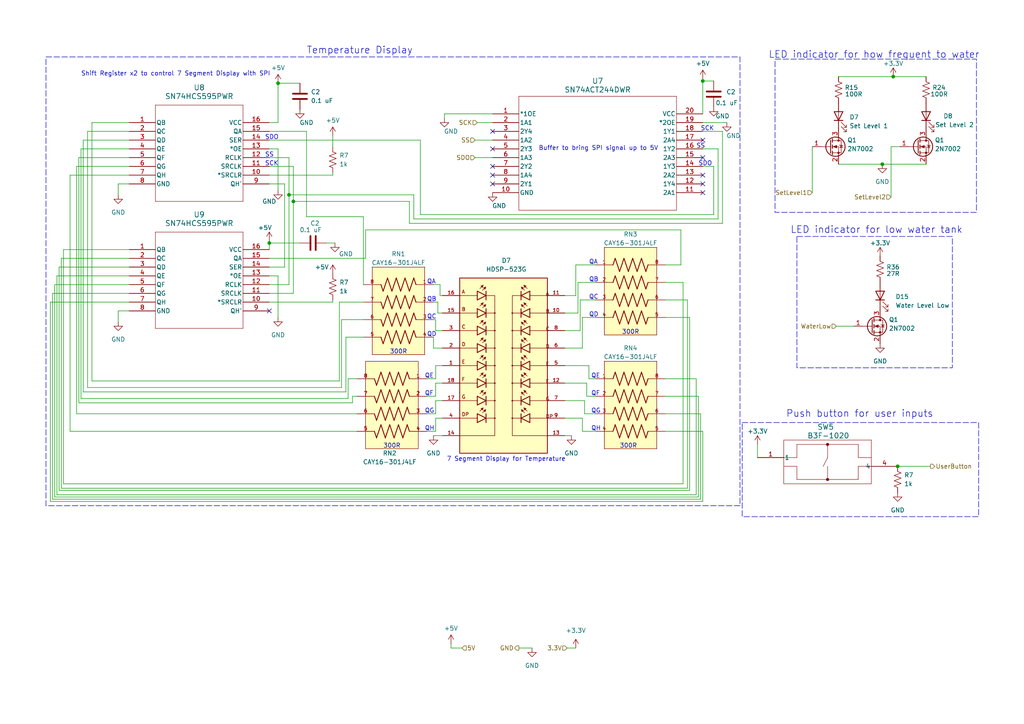
<source format=kicad_sch>
(kicad_sch (version 20230121) (generator eeschema)
  (paper "A4")
  (title_block (title "Smart Pot") (date "2023-10-29") (rev "0.1") (company "blame- satomm@stanford.edu") (comment 1 "Stanford, CA 94305-9505") (comment 2 "350 Jane Stanford Way") (comment 3 "Electrical Engineering Department") (comment 4 "EE 256 / Stanford University"))
  (lib_symbols
    (symbol "Device:C" (pin_numbers hide) (pin_names (offset 0.254))
      (property "Reference" "C" (at 0.635 2.54 0))
      (property "Value" "C" (at 0.635 -2.54 0))
      (symbol "C_1_1"
        (pin passive line (at 0 3.81 270) (length 2.794) (name "~") (number "1"))
        (pin passive line (at 0 -3.81 90) (length 2.794) (name "~") (number "2"))
      )
    )
    (symbol "Device:LED" (pin_numbers hide) (pin_names (offset 1.016) hide)
      (property "Reference" "D" (at 0 2.54 0))
      (property "Value" "LED" (at 0 -2.54 0))
      (symbol "LED_1_1"
        (pin passive line (at -3.81 0 0) (length 2.54) (name "K") (number "1"))
        (pin passive line (at 3.81 0 180) (length 2.54) (name "A") (number "2"))
      )
    )
    (symbol "Device:R_US" (pin_numbers hide) (pin_names (offset 0))
      (property "Reference" "R" (at 2.54 0 90))
      (property "Value" "R_US" (at -2.54 0 90))
      (symbol "R_US_1_1"
        (pin passive line (at 0 3.81 270) (length 1.27) (name "~") (number "1"))
        (pin passive line (at 0 -3.81 90) (length 1.27) (name "~") (number "2"))
      )
    )
    (symbol "Matts_Library:B3F-1020" (pin_names (offset 0.254))
      (property "Reference" "SW" (at 20.32 10.16 0))
      (property "Value" "B3F-1020" (at 20.32 7.62 0))
      (symbol "B3F-1020_1_1"
        (pin passive line (at 0 0 0) (length 7.62) (name "1") (number "1"))
        (pin passive line (at 40.64 -2.54 180) (length 7.62) (name "4") (number "4"))
      )
    )
    (symbol "Matts_Library:CAY16-301J4LF" (pin_names (offset 1.016))
      (property "Reference" "RN" (at -6.8624 13.4635 0))
      (property "Value" "CAY16-301J4LF" (at -6.614 -15.7546 0))
      (symbol "CAY16-301J4LF_0_0"
        (pin passive line (at -10.16 7.62 0) (length 5.08) (name "~") (number "1"))
        (pin passive line (at -10.16 2.54 0) (length 5.08) (name "~") (number "2"))
        (pin passive line (at -10.16 -2.54 0) (length 5.08) (name "~") (number "3"))
        (pin passive line (at -10.16 -7.62 0) (length 5.08) (name "~") (number "4"))
        (pin passive line (at 10.16 -7.62 180) (length 5.08) (name "~") (number "5"))
        (pin passive line (at 10.16 -2.54 180) (length 5.08) (name "~") (number "6"))
        (pin passive line (at 10.16 2.54 180) (length 5.08) (name "~") (number "7"))
        (pin passive line (at 10.16 7.62 180) (length 5.08) (name "~") (number "8"))
      )
    )
    (symbol "Matts_Library:HDSP-523G" (pin_names (offset 1.016))
      (property "Reference" "D" (at -12.7 26.67 0))
      (property "Value" "HDSP-523G" (at -12.7 -26.67 0))
      (symbol "HDSP-523G_0_0"
        (text "A" (at -12.192 20.828 0) (effects (font (size 1.016 1.016)) (justify left bottom)))
        (text "A" (at 12.192 20.828 0) (effects (font (size 1.016 1.016)) (justify left)))
        (text "B" (at -12.192 15.748 0) (effects (font (size 1.016 1.016)) (justify left bottom)))
        (text "B" (at 12.192 15.748 0) (effects (font (size 1.016 1.016)) (justify left)))
        (text "C" (at -12.192 10.668 0) (effects (font (size 1.016 1.016)) (justify left bottom)))
        (text "C" (at 12.192 10.668 0) (effects (font (size 1.016 1.016)) (justify left)))
        (text "D" (at -12.192 5.588 0) (effects (font (size 1.016 1.016)) (justify left bottom)))
        (text "D" (at 12.192 5.588 0) (effects (font (size 1.016 1.016)) (justify left)))
        (text "DP" (at -12.192 -14.732 0) (effects (font (size 1.016 1.016)) (justify left bottom)))
        (text "DP" (at 12.192 -14.732 0) (effects (font (size 1.016 1.016)) (justify left)))
        (text "E" (at -12.192 0.508 0) (effects (font (size 1.016 1.016)) (justify left bottom)))
        (text "E" (at 12.192 0.508 0) (effects (font (size 1.016 1.016)) (justify left)))
        (text "F" (at -12.192 -4.572 0) (effects (font (size 1.016 1.016)) (justify left bottom)))
        (text "F" (at 12.192 -4.572 0) (effects (font (size 1.016 1.016)) (justify left)))
        (text "G" (at -12.192 -9.652 0) (effects (font (size 1.016 1.016)) (justify left bottom)))
        (text "G" (at 12.192 -9.652 0) (effects (font (size 1.016 1.016)) (justify left)))
        (pin passive line (at -17.78 0 0) (length 5.08) (name "~") (number "1"))
        (pin passive line (at 17.78 15.24 180) (length 5.08) (name "~") (number "10"))
        (pin passive line (at 17.78 20.32 180) (length 5.08) (name "~") (number "11"))
        (pin passive line (at 17.78 -5.08 180) (length 5.08) (name "~") (number "12"))
        (pin passive line (at 17.78 -20.32 180) (length 5.08) (name "~") (number "13"))
        (pin passive line (at -17.78 -20.32 0) (length 5.08) (name "~") (number "14"))
        (pin passive line (at -17.78 15.24 0) (length 5.08) (name "~") (number "15"))
        (pin passive line (at -17.78 20.32 0) (length 5.08) (name "~") (number "16"))
        (pin passive line (at -17.78 -10.16 0) (length 5.08) (name "~") (number "17"))
        (pin passive line (at -17.78 -5.08 0) (length 5.08) (name "~") (number "18"))
        (pin passive line (at -17.78 5.08 0) (length 5.08) (name "~") (number "2"))
        (pin passive line (at -17.78 10.16 0) (length 5.08) (name "~") (number "3"))
        (pin passive line (at -17.78 -15.24 0) (length 5.08) (name "~") (number "4"))
        (pin passive line (at 17.78 0 180) (length 5.08) (name "~") (number "5"))
        (pin passive line (at 17.78 5.08 180) (length 5.08) (name "~") (number "6"))
        (pin passive line (at 17.78 -10.16 180) (length 5.08) (name "~") (number "7"))
        (pin passive line (at 17.78 10.16 180) (length 5.08) (name "~") (number "8"))
        (pin passive line (at 17.78 -15.24 180) (length 5.08) (name "~") (number "9"))
      )
    )
    (symbol "Matts_Library:SN74ACT244DWR" (pin_names (offset 0.254))
      (property "Reference" "U" (at 30.48 10.16 0))
      (property "Value" "SN74ACT244DWR" (at 30.48 7.62 0))
      (symbol "SN74ACT244DWR_0_1"
        (pin input line (at 0 0 0) (length 7.62) (name "*1OE") (number "1"))
        (pin power_in line (at 0 -22.86 0) (length 7.62) (name "GND") (number "10"))
        (pin input line (at 60.96 -22.86 180) (length 7.62) (name "2A1") (number "11"))
        (pin output line (at 60.96 -20.32 180) (length 7.62) (name "1Y4") (number "12"))
        (pin input line (at 60.96 -17.78 180) (length 7.62) (name "2A2") (number "13"))
        (pin output line (at 60.96 -15.24 180) (length 7.62) (name "1Y3") (number "14"))
        (pin input line (at 60.96 -12.7 180) (length 7.62) (name "2A3") (number "15"))
        (pin output line (at 60.96 -10.16 180) (length 7.62) (name "1Y2") (number "16"))
        (pin input line (at 60.96 -7.62 180) (length 7.62) (name "2A4") (number "17"))
        (pin output line (at 60.96 -5.08 180) (length 7.62) (name "1Y1") (number "18"))
        (pin input line (at 60.96 -2.54 180) (length 7.62) (name "*2OE") (number "19"))
        (pin input line (at 0 -2.54 0) (length 7.62) (name "1A1") (number "2"))
        (pin power_in line (at 60.96 0 180) (length 7.62) (name "VCC") (number "20"))
        (pin output line (at 0 -5.08 0) (length 7.62) (name "2Y4") (number "3"))
        (pin input line (at 0 -7.62 0) (length 7.62) (name "1A2") (number "4"))
        (pin output line (at 0 -10.16 0) (length 7.62) (name "2Y3") (number "5"))
        (pin input line (at 0 -12.7 0) (length 7.62) (name "1A3") (number "6"))
        (pin output line (at 0 -15.24 0) (length 7.62) (name "2Y2") (number "7"))
        (pin input line (at 0 -17.78 0) (length 7.62) (name "1A4") (number "8"))
        (pin output line (at 0 -20.32 0) (length 7.62) (name "2Y1") (number "9"))
      )
    )
    (symbol "Matts_Library:SN74HCS595PWR" (pin_names (offset 0.254))
      (property "Reference" "U" (at 20.32 10.16 0))
      (property "Value" "SN74HCS595PWR" (at 20.32 7.62 0))
      (symbol "SN74HCS595PWR_0_1"
        (pin output line (at 0 0 0) (length 7.62) (name "QB") (number "1"))
        (pin input line (at 40.64 -15.24 180) (length 7.62) (name "*SRCLR") (number "10"))
        (pin input line (at 40.64 -12.7 180) (length 7.62) (name "SRCLK") (number "11"))
        (pin input line (at 40.64 -10.16 180) (length 7.62) (name "RCLK") (number "12"))
        (pin input line (at 40.64 -7.62 180) (length 7.62) (name "*OE") (number "13"))
        (pin input line (at 40.64 -5.08 180) (length 7.62) (name "SER") (number "14"))
        (pin output line (at 40.64 -2.54 180) (length 7.62) (name "QA") (number "15"))
        (pin power_in line (at 40.64 0 180) (length 7.62) (name "VCC") (number "16"))
        (pin output line (at 0 -2.54 0) (length 7.62) (name "QC") (number "2"))
        (pin output line (at 0 -5.08 0) (length 7.62) (name "QD") (number "3"))
        (pin output line (at 0 -7.62 0) (length 7.62) (name "QE") (number "4"))
        (pin output line (at 0 -10.16 0) (length 7.62) (name "QF") (number "5"))
        (pin output line (at 0 -12.7 0) (length 7.62) (name "QG") (number "6"))
        (pin output line (at 0 -15.24 0) (length 7.62) (name "QH") (number "7"))
        (pin output line (at 40.64 -17.78 180) (length 7.62) (name "QH'") (number "9"))
      )
      (symbol "SN74HCS595PWR_1_1"
        (pin passive line (at 0 -17.78 0) (length 7.62) (name "GND") (number "8"))
      )
    )
    (symbol "Transistor_FET:2N7002" (pin_names hide)
      (property "Reference" "Q" (at 5.08 1.905 0))
      (property "Value" "2N7002" (at 5.08 0 0))
      (symbol "2N7002_1_1"
        (pin input line (at -5.08 0 0) (length 2.54) (name "G") (number "1"))
        (pin passive line (at 2.54 -5.08 90) (length 2.54) (name "S") (number "2"))
        (pin passive line (at 2.54 5.08 270) (length 2.54) (name "D") (number "3"))
      )
    )
    (symbol "power:+3.3V" (power) (pin_names (offset 0))
      (property "Value" "+3.3V" (at 0 3.556 0))
      (symbol "+3.3V_1_1"
        (pin power_in line (at 0 0 90) (length 0) hide (name "+3.3V") (number "1"))
      )
    )
    (symbol "power:+5V" (power) (pin_names (offset 0))
      (property "Value" "+5V" (at 0 3.556 0))
      (symbol "+5V_1_1"
        (pin power_in line (at 0 0 90) (length 0) hide (name "+5V") (number "1"))
      )
    )
    (symbol "power:GND" (power) (pin_names (offset 0))
      (property "Value" "GND" (at 0 -3.81 0))
      (symbol "GND_1_1"
        (pin power_in line (at 0 0 270) (length 0) hide (name "GND") (number "1"))
      )
    )
  )
  (junction (at 78.105 70.485))
  (junction (at 203.835 23.495))
  (junction (at 85.09 58.42))
  (junction (at 83.82 56.515))
  (junction (at 259.08 22.225))
  (junction (at 80.645 24.13))
  (junction (at 260.35 135.255))
  (junction (at 255.905 47.625))
  (no_connect (at 78.105 90.17))
  (no_connect (at 142.875 50.8))
  (no_connect (at 203.835 55.88))
  (no_connect (at 142.875 48.26))
  (no_connect (at 203.835 53.34))
  (no_connect (at 203.835 50.8))
  (no_connect (at 142.875 43.18))
  (no_connect (at 142.875 38.1))
  (no_connect (at 142.875 53.34))
  (no_connect (at 203.835 40.64))
  (no_connect (at 203.835 45.72))
  (wire (pts (xy 168.91 92.075) (xy 168.91 100.965)))
  (wire (pts (xy 85.09 58.42) (xy 85.09 85.09)))
  (wire (pts (xy 121.92 40.64) (xy 78.105 40.64)))
  (wire (pts (xy 37.465 40.64) (xy 24.13 40.64)))
  (wire (pts (xy 17.145 142.24) (xy 200.025 142.24)))
  (wire (pts (xy 22.225 120.015) (xy 103.505 120.015)))
  (wire (pts (xy 98.425 87.63) (xy 105.41 87.63)))
  (wire (pts (xy 83.82 45.72) (xy 83.82 56.515)))
  (wire (pts (xy 105.41 92.71) (xy 99.06 92.71)))
  (wire (pts (xy 25.4 38.1) (xy 37.465 38.1)))
  (wire (pts (xy 78.105 87.63) (xy 96.52 87.63)))
  (wire (pts (xy 126.365 109.855) (xy 126.365 106.045)))
  (wire (pts (xy 24.13 40.64) (xy 24.13 113.665)))
  (wire (pts (xy 78.105 53.34) (xy 82.55 53.34)))
  (wire (pts (xy 103.505 114.935) (xy 102.235 114.935)))
  (wire (pts (xy 99.06 92.71) (xy 99.06 112.395)))
  (wire (pts (xy 255.905 47.625) (xy 268.605 47.625)))
  (wire (pts (xy 167.005 85.725) (xy 163.83 85.725)))
  (wire (pts (xy 118.745 64.77) (xy 209.55 64.77)))
  (wire (pts (xy 172.72 120.015) (xy 169.545 120.015)))
  (wire (pts (xy 125.73 92.71) (xy 126.365 92.71)))
  (wire (pts (xy 203.835 145.415) (xy 203.835 125.095)))
  (wire (pts (xy 103.505 125.095) (xy 20.32 125.095)))
  (wire (pts (xy 121.92 62.23) (xy 121.92 40.64)))
  (wire (pts (xy 202.565 114.935) (xy 193.04 114.935)))
  (wire (pts (xy 82.55 53.34) (xy 82.55 77.47)))
  (wire (pts (xy 78.105 74.93) (xy 106.045 74.93)))
  (wire (pts (xy 17.145 77.47) (xy 17.145 142.24)))
  (wire (pts (xy 85.09 85.09) (xy 78.105 85.09)))
  (wire (pts (xy 126.365 111.125) (xy 128.27 111.125)))
  (wire (pts (xy 80.645 24.13) (xy 80.645 35.56)))
  (wire (pts (xy 203.835 43.18) (xy 208.28 43.18)))
  (wire (pts (xy 203.835 22.86) (xy 203.835 23.495)))
  (wire (pts (xy 197.485 76.835) (xy 193.04 76.835)))
  (wire (pts (xy 150.495 187.96) (xy 154.305 187.96)))
  (wire (pts (xy 259.08 22.225) (xy 268.605 22.225)))
  (wire (pts (xy 142.875 33.02) (xy 128.905 33.02)))
  (wire (pts (xy 203.835 23.495) (xy 207.01 23.495)))
  (wire (pts (xy 15.24 144.78) (xy 203.2 144.78)))
  (wire (pts (xy 126.365 106.045) (xy 128.27 106.045)))
  (wire (pts (xy 102.235 116.84) (xy 22.86 116.84)))
  (wire (pts (xy 78.105 38.1) (xy 88.9 38.1)))
  (wire (pts (xy 80.645 35.56) (xy 78.105 35.56)))
  (wire (pts (xy 169.545 116.205) (xy 163.83 116.205)))
  (wire (pts (xy 258.445 57.15) (xy 258.445 42.545)))
  (wire (pts (xy 127 87.63) (xy 127 90.805)))
  (wire (pts (xy 163.83 126.365) (xy 165.735 126.365)))
  (wire (pts (xy 199.39 86.995) (xy 193.04 86.995)))
  (wire (pts (xy 137.795 45.72) (xy 142.875 45.72)))
  (wire (pts (xy 258.445 42.545) (xy 260.985 42.545)))
  (wire (pts (xy 170.815 109.855) (xy 170.815 106.045)))
  (wire (pts (xy 197.485 66.675) (xy 197.485 76.835)))
  (wire (pts (xy 170.18 114.935) (xy 170.18 111.125)))
  (wire (pts (xy 167.005 76.835) (xy 167.005 85.725)))
  (wire (pts (xy 37.465 35.56) (xy 26.67 35.56)))
  (wire (pts (xy 172.72 92.075) (xy 168.91 92.075)))
  (wire (pts (xy 23.495 43.18) (xy 23.495 115.57)))
  (wire (pts (xy 37.465 85.09) (xy 15.24 85.09)))
  (wire (pts (xy 172.72 114.935) (xy 170.18 114.935)))
  (wire (pts (xy 126.365 120.015) (xy 123.825 120.015)))
  (wire (pts (xy 126.365 116.205) (xy 128.27 116.205)))
  (wire (pts (xy 128.905 33.02) (xy 128.905 34.29)))
  (wire (pts (xy 106.045 66.675) (xy 197.485 66.675)))
  (wire (pts (xy 170.815 106.045) (xy 163.83 106.045)))
  (wire (pts (xy 34.29 53.34) (xy 34.29 56.515)))
  (wire (pts (xy 22.225 48.26) (xy 22.225 120.015)))
  (wire (pts (xy 14.605 87.63) (xy 14.605 145.415)))
  (wire (pts (xy 172.72 76.835) (xy 167.005 76.835)))
  (wire (pts (xy 126.365 114.935) (xy 126.365 111.125)))
  (wire (pts (xy 16.51 80.01) (xy 16.51 143.51)))
  (wire (pts (xy 235.585 55.88) (xy 235.585 42.545)))
  (wire (pts (xy 207.01 62.23) (xy 121.92 62.23)))
  (wire (pts (xy 126.365 121.285) (xy 128.27 121.285)))
  (wire (pts (xy 37.465 74.93) (xy 17.78 74.93)))
  (wire (pts (xy 80.645 80.01) (xy 80.645 92.075)))
  (wire (pts (xy 242.57 94.615) (xy 247.65 94.615)))
  (wire (pts (xy 78.105 70.485) (xy 86.995 70.485)))
  (wire (pts (xy 126.365 125.095) (xy 126.365 121.285)))
  (wire (pts (xy 172.72 109.855) (xy 170.815 109.855)))
  (wire (pts (xy 78.105 50.8) (xy 96.52 50.8)))
  (wire (pts (xy 169.545 120.015) (xy 169.545 116.205)))
  (wire (pts (xy 78.105 43.18) (xy 80.645 43.18)))
  (wire (pts (xy 120.015 63.5) (xy 120.015 56.515)))
  (wire (pts (xy 15.875 82.55) (xy 15.875 144.145)))
  (wire (pts (xy 208.28 63.5) (xy 120.015 63.5)))
  (wire (pts (xy 100.965 115.57) (xy 100.965 109.855)))
  (wire (pts (xy 168.275 95.885) (xy 163.83 95.885)))
  (wire (pts (xy 167.64 81.915) (xy 167.64 90.805)))
  (wire (pts (xy 78.105 70.485) (xy 78.105 69.85)))
  (wire (pts (xy 37.465 87.63) (xy 14.605 87.63)))
  (wire (pts (xy 164.465 187.96) (xy 167.005 187.96)))
  (wire (pts (xy 37.465 53.34) (xy 34.29 53.34)))
  (wire (pts (xy 127 90.805) (xy 128.27 90.805)))
  (wire (pts (xy 85.09 58.42) (xy 118.745 58.42)))
  (wire (pts (xy 18.415 72.39) (xy 18.415 140.335)))
  (wire (pts (xy 96.52 87.63) (xy 96.52 86.995)))
  (wire (pts (xy 202.565 144.145) (xy 202.565 114.935)))
  (wire (pts (xy 168.91 100.965) (xy 163.83 100.965)))
  (wire (pts (xy 18.415 140.335) (xy 198.12 140.335)))
  (wire (pts (xy 85.09 48.26) (xy 85.09 58.42)))
  (wire (pts (xy 37.465 77.47) (xy 17.145 77.47)))
  (wire (pts (xy 123.825 109.855) (xy 126.365 109.855)))
  (wire (pts (xy 78.105 77.47) (xy 82.55 77.47)))
  (wire (pts (xy 88.9 62.865) (xy 105.41 62.865)))
  (wire (pts (xy 130.81 186.69) (xy 130.81 187.96)))
  (wire (pts (xy 78.105 48.26) (xy 85.09 48.26)))
  (wire (pts (xy 200.025 142.24) (xy 200.025 92.075)))
  (wire (pts (xy 125.73 87.63) (xy 127 87.63)))
  (wire (pts (xy 172.72 125.095) (xy 168.91 125.095)))
  (wire (pts (xy 16.51 143.51) (xy 201.93 143.51)))
  (wire (pts (xy 100.965 109.855) (xy 103.505 109.855)))
  (wire (pts (xy 200.025 92.075) (xy 193.04 92.075)))
  (wire (pts (xy 207.01 48.26) (xy 207.01 62.23)))
  (wire (pts (xy 127.635 82.55) (xy 127.635 85.725)))
  (wire (pts (xy 127.635 85.725) (xy 128.27 85.725)))
  (wire (pts (xy 23.495 115.57) (xy 100.965 115.57)))
  (wire (pts (xy 168.91 125.095) (xy 168.91 121.285)))
  (wire (pts (xy 102.235 114.935) (xy 102.235 116.84)))
  (wire (pts (xy 126.365 120.015) (xy 126.365 116.205)))
  (wire (pts (xy 88.9 38.1) (xy 88.9 62.865)))
  (wire (pts (xy 209.55 64.77) (xy 209.55 38.1)))
  (wire (pts (xy 22.86 116.84) (xy 22.86 45.72)))
  (wire (pts (xy 125.73 97.79) (xy 125.73 100.965)))
  (wire (pts (xy 198.12 140.335) (xy 198.12 81.915)))
  (wire (pts (xy 100.33 113.665) (xy 100.33 97.79)))
  (wire (pts (xy 96.52 39.37) (xy 96.52 42.545)))
  (wire (pts (xy 15.24 85.09) (xy 15.24 144.78)))
  (wire (pts (xy 243.205 47.625) (xy 255.905 47.625)))
  (wire (pts (xy 37.465 43.18) (xy 23.495 43.18)))
  (wire (pts (xy 201.93 109.855) (xy 193.04 109.855)))
  (wire (pts (xy 37.465 90.17) (xy 34.29 90.17)))
  (wire (pts (xy 130.81 187.96) (xy 133.985 187.96)))
  (wire (pts (xy 203.835 35.56) (xy 210.82 35.56)))
  (wire (pts (xy 26.67 110.49) (xy 98.425 110.49)))
  (wire (pts (xy 126.365 95.885) (xy 128.27 95.885)))
  (wire (pts (xy 17.78 74.93) (xy 17.78 141.605)))
  (wire (pts (xy 201.93 143.51) (xy 201.93 109.855)))
  (wire (pts (xy 20.32 50.8) (xy 37.465 50.8)))
  (wire (pts (xy 37.465 48.26) (xy 22.225 48.26)))
  (wire (pts (xy 15.875 144.145) (xy 202.565 144.145)))
  (wire (pts (xy 83.82 82.55) (xy 78.105 82.55)))
  (wire (pts (xy 168.91 121.285) (xy 163.83 121.285)))
  (wire (pts (xy 80.645 43.18) (xy 80.645 55.245)))
  (wire (pts (xy 137.795 40.64) (xy 142.875 40.64)))
  (wire (pts (xy 260.35 135.255) (xy 269.875 135.255)))
  (wire (pts (xy 243.205 22.225) (xy 259.08 22.225)))
  (wire (pts (xy 98.425 110.49) (xy 98.425 87.63)))
  (wire (pts (xy 125.73 126.365) (xy 128.27 126.365)))
  (wire (pts (xy 203.835 125.095) (xy 193.04 125.095)))
  (wire (pts (xy 100.33 97.79) (xy 105.41 97.79)))
  (wire (pts (xy 78.105 80.01) (xy 80.645 80.01)))
  (wire (pts (xy 25.4 112.395) (xy 25.4 38.1)))
  (wire (pts (xy 106.045 74.93) (xy 106.045 66.675)))
  (wire (pts (xy 78.105 45.72) (xy 83.82 45.72)))
  (wire (pts (xy 17.78 141.605) (xy 199.39 141.605)))
  (wire (pts (xy 26.67 35.56) (xy 26.67 110.49)))
  (wire (pts (xy 170.18 111.125) (xy 163.83 111.125)))
  (wire (pts (xy 99.06 112.395) (xy 25.4 112.395)))
  (wire (pts (xy 126.365 92.71) (xy 126.365 95.885)))
  (wire (pts (xy 167.64 90.805) (xy 163.83 90.805)))
  (wire (pts (xy 138.43 35.56) (xy 142.875 35.56)))
  (wire (pts (xy 123.825 125.095) (xy 126.365 125.095)))
  (wire (pts (xy 105.41 62.865) (xy 105.41 82.55)))
  (wire (pts (xy 203.835 23.495) (xy 203.835 33.02)))
  (wire (pts (xy 78.105 70.485) (xy 78.105 72.39)))
  (wire (pts (xy 219.71 128.905) (xy 219.71 132.715)))
  (wire (pts (xy 118.745 58.42) (xy 118.745 64.77)))
  (wire (pts (xy 96.52 50.8) (xy 96.52 50.165)))
  (wire (pts (xy 125.73 100.965) (xy 128.27 100.965)))
  (wire (pts (xy 94.615 70.485) (xy 97.155 70.485)))
  (wire (pts (xy 125.73 82.55) (xy 127.635 82.55)))
  (wire (pts (xy 198.12 81.915) (xy 193.04 81.915)))
  (wire (pts (xy 80.645 24.13) (xy 86.995 24.13)))
  (wire (pts (xy 168.275 86.995) (xy 168.275 95.885)))
  (wire (pts (xy 172.72 86.995) (xy 168.275 86.995)))
  (wire (pts (xy 208.28 43.18) (xy 208.28 63.5)))
  (wire (pts (xy 34.29 90.17) (xy 34.29 93.345)))
  (wire (pts (xy 24.13 113.665) (xy 100.33 113.665)))
  (wire (pts (xy 209.55 38.1) (xy 203.835 38.1)))
  (wire (pts (xy 20.32 125.095) (xy 20.32 50.8)))
  (wire (pts (xy 203.2 120.015) (xy 193.04 120.015)))
  (wire (pts (xy 203.835 48.26) (xy 207.01 48.26)))
  (wire (pts (xy 14.605 145.415) (xy 203.835 145.415)))
  (wire (pts (xy 22.86 45.72) (xy 37.465 45.72)))
  (wire (pts (xy 172.72 81.915) (xy 167.64 81.915)))
  (wire (pts (xy 199.39 141.605) (xy 199.39 86.995)))
  (wire (pts (xy 83.82 56.515) (xy 83.82 82.55)))
  (wire (pts (xy 37.465 80.01) (xy 16.51 80.01)))
  (wire (pts (xy 203.2 144.78) (xy 203.2 120.015)))
  (wire (pts (xy 37.465 82.55) (xy 15.875 82.55)))
  (wire (pts (xy 123.825 114.935) (xy 126.365 114.935)))
  (wire (pts (xy 120.015 56.515) (xy 83.82 56.515)))
  (wire (pts (xy 37.465 72.39) (xy 18.415 72.39)))
  (rectangle (start 13.335 16.51) (end 214.63 146.685) (stroke (width 0) (type dash)))
  (rectangle (start 231.14 68.58) (end 276.225 106.68) (stroke (width 0) (type dash)))
  (rectangle (start 215.265 122.555) (end 283.845 149.86) (stroke (width 0) (type dash)))
  (rectangle (start 224.79 17.145) (end 283.21 61.595) (stroke (width 0) (type dash)))
  (text "Push button for user inputs" (at 227.965 121.285 0) (effects (font (size 2 2)) (justify left bottom)))
  (text "QE" (at 171.45 109.855 0) (effects (font (size 1.27 1.27)) (justify left bottom)))
  (text "300R" (at 180.34 97.155 0) (effects (font (size 1.27 1.27)) (justify left bottom)))
  (text "SS" (at 76.835 45.72 0) (effects (font (size 1.27 1.27)) (justify left bottom)))
  (text "QG" (at 171.45 120.015 0) (effects (font (size 1.27 1.27)) (justify left bottom)))
  (text "QA" (at 170.815 76.835 0) (effects (font (size 1.27 1.27)) (justify left bottom)))
  (text "QH" (at 123.19 125.095 0) (effects (font (size 1.27 1.27)) (justify left bottom)))
  (text "QD" (at 123.825 97.79 0) (effects (font (size 1.27 1.27)) (justify left bottom)))
  (text "Buffer to bring SPI signal up to 5V" (at 156.21 43.815 0) (effects (font (size 1.27 1.27)) (justify left bottom)))
  (text "Temperature Display" (at 88.9 15.875 0) (effects (font (size 2 2)) (justify left bottom)))
  (text "QE" (at 123.19 109.855 0) (effects (font (size 1.27 1.27)) (justify left bottom)))
  (text "LED indicator for how frequent to water" (at 222.885 17.145 0) (effects (font (size 2 2)) (justify left bottom)))
  (text "300R" (at 179.705 130.175 0) (effects (font (size 1.27 1.27)) (justify left bottom)))
  (text "SDO" (at 202.565 48.26 0) (effects (font (size 1.27 1.27)) (justify left bottom)))
  (text "300R" (at 113.03 102.87 0) (effects (font (size 1.27 1.27)) (justify left bottom)))
  (text "QH" (at 171.45 125.095 0) (effects (font (size 1.27 1.27)) (justify left bottom)))
  (text "QA" (at 123.825 82.55 0) (effects (font (size 1.27 1.27)) (justify left bottom)))
  (text "QC" (at 123.825 92.71 0) (effects (font (size 1.27 1.27)) (justify left bottom)))
  (text "SCK" (at 76.835 48.26 0) (effects (font (size 1.27 1.27)) (justify left bottom)))
  (text "7 Segment Display for Temperature" (at 129.54 133.985 0) (effects (font (size 1.27 1.27)) (justify left bottom)))
  (text "QF" (at 123.19 114.935 0) (effects (font (size 1.27 1.27)) (justify left bottom)))
  (text "SDO" (at 76.835 40.64 0) (effects (font (size 1.27 1.27)) (justify left bottom)))
  (text "SCK" (at 203.2 38.1 0) (effects (font (size 1.27 1.27)) (justify left bottom)))
  (text "QD" (at 170.815 92.075 0) (effects (font (size 1.27 1.27)) (justify left bottom)))
  (text "QC" (at 170.815 86.995 0) (effects (font (size 1.27 1.27)) (justify left bottom)))
  (text "LED indicator for low water tank" (at 229.235 67.945 0) (effects (font (size 2 2)) (justify left bottom)))
  (text "QG" (at 123.19 120.015 0) (effects (font (size 1.27 1.27)) (justify left bottom)))
  (text "QB" (at 123.825 87.63 0) (effects (font (size 1.27 1.27)) (justify left bottom)))
  (text "Shift Register x2 to control 7 Segment Display with SPI" (at 23.495 22.225 0) (effects (font (size 1.27 1.27)) (justify left bottom)))
  (text "SS" (at 201.93 43.18 0) (effects (font (size 1.27 1.27)) (justify left bottom)))
  (text "QF" (at 171.45 114.935 0) (effects (font (size 1.27 1.27)) (justify left bottom)))
  (text "300R" (at 111.125 130.175 0) (effects (font (size 1.27 1.27)) (justify left bottom)))
  (text "QB" (at 170.815 81.915 0) (effects (font (size 1.27 1.27)) (justify left bottom)))
  (hierarchical_label "SetLevel2" (shape input) (at 258.445 57.15 180))
  (hierarchical_label "UserButton" (shape output) (at 269.875 135.255 0))
  (hierarchical_label "5V" (shape input) (at 133.985 187.96 0))
  (hierarchical_label "GND" (shape output) (at 150.495 187.96 180))
  (hierarchical_label "WaterLow" (shape input) (at 242.57 94.615 180))
  (hierarchical_label "SS" (shape input) (at 137.795 40.64 180))
  (hierarchical_label "3.3V" (shape input) (at 164.465 187.96 180))
  (hierarchical_label "SCK" (shape input) (at 138.43 35.56 180))
  (hierarchical_label "SDO" (shape input) (at 137.795 45.72 180))
  (hierarchical_label "SetLevel1" (shape input) (at 235.585 55.88 180))
  (symbol (lib_id "power:GND") (at 207.01 31.115 0) (unit 1)
    (property "Reference" "#PWR079" (effects hide))
    (property "Value" "GND" (at 209.55 33.655 0))
    (instances (project "Deliverable4_schematics" (path "" (reference "#PWR079") (unit 1)) (path "" (reference "#PWR0103") (unit 1))))
  )
  (symbol (lib_id "power:GND") (at 255.27 99.695 0) (unit 1)
    (property "Reference" "#PWR084" (effects hide))
    (property "Value" "GND" (at 255.27 104.775 0))
  )
  (symbol (lib_id "Device:LED") (at 243.205 33.655 90) (unit 1)
    (property "Reference" "D7" (at 246.38 33.9725 90) (effects (justify right)))
    (property "Value" "Set Level 1" (at 246.38 36.5125 90) (effects (justify right)))
    (property "Footprint" "LED_SMD:LED_0805_2012Metric_Pad1.15x1.40mm_HandSolder" (effects hide))
    (property "Datasheet" "https://www.we-online.com/katalog/datasheet/150080RS75000.pdf" (effects hide))
    (property "Description" "LED RED CLEAR 0805 SMD" (effects hide))
    (property "Mfr" "Würth Elektronik" (effects hide))
    (property "Mfr P/N" "150080RS75000" (effects hide))
    (property "Supplier 1" "DigiKey" (effects hide))
    (property "Supplier 1 P/N" "732-4984-1-ND" (effects hide))
    (instances (project "Deliverable4_schematics" (path "" (reference "D7") (unit 1)) (path "" (reference "D4") (unit 1)) (path "" (reference "D4") (unit 1)) (path "" (reference "D8") (unit 1))))
  )
  (symbol (lib_id "power:GND") (at 210.82 35.56 0) (unit 1)
    (property "Reference" "#PWR079" (effects hide))
    (property "Value" "GND" (at 212.725 39.37 0))
    (instances (project "Deliverable4_schematics" (path "" (reference "#PWR079") (unit 1)) (path "" (reference "#PWR0100") (unit 1))))
  )
  (symbol (lib_id "power:GND") (at 86.995 31.75 0) (unit 1)
    (property "Reference" "#PWR079" (effects hide))
    (property "Value" "GND" (at 88.9 35.56 0))
    (instances (project "Deliverable4_schematics" (path "" (reference "#PWR079") (unit 1)) (path "" (reference "#PWR095") (unit 1))))
  )
  (symbol (lib_id "power:+5V") (at 130.81 186.69 0) (unit 1)
    (property "Reference" "#PWR091" (effects hide))
    (property "Value" "+5V" (at 130.81 182.245 0))
  )
  (symbol (lib_id "power:GND") (at 260.35 142.875 0) (unit 1)
    (property "Reference" "#PWR079" (effects hide))
    (property "Value" "GND" (at 260.35 147.955 0))
    (instances (project "Deliverable4_schematics" (path "" (reference "#PWR079") (unit 1)) (path "" (reference "#PWR080") (unit 1))))
  )
  (symbol (lib_id "Device:C") (at 86.995 27.94 0) (unit 1)
    (property "Reference" "C2" (at 90.17 26.67 0) (effects (justify left)))
    (property "Value" "0.1 uF" (at 90.17 29.21 0) (effects (justify left)))
    (property "Footprint" "Capacitor_SMD:C_0805_2012Metric_Pad1.18x1.45mm_HandSolder" (effects hide))
    (property "Datasheet" "https://mm.digikey.com/Volume0/opasdata/d220001/medias/docus/609/CL21B104KBCNNN_Spec.pdf" (effects hide))
    (property "Description" "CAP CER 0.1UF 50V X7R 0805" (effects hide))
    (property "Mfr" "Samsung Electro-Mechanics" (effects hide))
    (property "Mfr P/N" "CL21B104KBCNNNC" (effects hide))
    (property "Supplier 1" "DigiKey" (effects hide))
    (property "Supplier 1 P/N" "1276-1003-1-ND" (effects hide))
    (instances (project "Deliverable4_schematics" (path "" (reference "C2") (unit 1)) (path "" (reference "C21") (unit 1))))
  )
  (symbol (lib_id "Matts_Library:SN74HCS595PWR") (at 37.465 35.56 0) (unit 1)
    (property "Reference" "U8" (at 57.785 25.4 0) (effects (font (size 1.524 1.524))))
    (property "Value" "SN74HCS595PWR" (at 57.785 27.94 0) (effects (font (size 1.524 1.524))))
    (property "Footprint" "MattsLibrary:TSSOP16_PW_TEX-M" (effects hide))
    (property "Datasheet" "SN74HCS595PWR" (effects hide))
    (property "Description" "SN74HCS595 CORE" (effects hide))
    (property "Mfr" "Texas Instruments" (effects hide))
    (property "Mfr P/N" "SN74HCS595PWR" (effects hide))
    (property "Supplier 1" "DigiKey" (effects hide))
    (property "Supplier 1 P/N" "296-SN74HCS595PWRCT-ND" (effects hide))
  )
  (symbol (lib_id "Device:C") (at 207.01 27.305 180) (unit 1)
    (property "Reference" "C2" (at 213.36 26.67 0) (effects (justify left)))
    (property "Value" "0.1 uF" (at 213.995 29.845 0) (effects (justify left)))
    (property "Footprint" "Capacitor_SMD:C_0805_2012Metric_Pad1.18x1.45mm_HandSolder" (effects hide))
    (property "Datasheet" "https://mm.digikey.com/Volume0/opasdata/d220001/medias/docus/609/CL21B104KBCNNN_Spec.pdf" (effects hide))
    (property "Description" "CAP CER 0.1UF 50V X7R 0805" (effects hide))
    (property "Mfr" "Samsung Electro-Mechanics" (effects hide))
    (property "Mfr P/N" "CL21B104KBCNNNC" (effects hide))
    (property "Supplier 1" "DigiKey" (effects hide))
    (property "Supplier 1 P/N" "1276-1003-1-ND" (effects hide))
    (instances (project "Deliverable4_schematics" (path "" (reference "C2") (unit 1)) (path "" (reference "C23") (unit 1))))
  )
  (symbol (lib_id "Device:R_US") (at 243.205 26.035 180) (unit 1)
    (property "Reference" "R15" (at 248.92 25.4 0) (effects (justify left)))
    (property "Value" "100R" (at 250.19 27.305 0) (effects (justify left)))
    (property "Footprint" "Resistor_SMD:R_0805_2012Metric_Pad1.20x1.40mm_HandSolder" (effects hide))
    (property "Datasheet" "https://mm.digikey.com/Volume0/opasdata/d220001/medias/docus/39/RC_Series_ds.pdf" (effects hide))
    (property "Description" "RES SMD 100 OHM 5% 1/8W 0805" (effects hide))
    (property "Mfr" "Samsung Electro-Mechanics" (effects hide))
    (property "Mfr P/N" "RC2012J101CS" (effects hide))
    (property "Supplier 1" "DigiKey" (effects hide))
    (property "Supplier 1 P/N" "1276-5508-1-ND" (effects hide))
    (instances (project "Deliverable4_schematics" (path "" (reference "R15") (unit 1)) (path "" (reference "R20") (unit 1)) (path "" (reference "R25") (unit 1)) (path "" (reference "R24") (unit 1))))
  )
  (symbol (lib_id "power:GND") (at 142.875 55.88 0) (unit 1)
    (property "Reference" "#PWR079" (effects hide))
    (property "Value" "GND" (at 144.78 59.69 0))
    (instances (project "Deliverable4_schematics" (path "" (reference "#PWR079") (unit 1)) (path "" (reference "#PWR099") (unit 1))))
  )
  (symbol (lib_id "power:GND") (at 34.29 93.345 0) (unit 1)
    (property "Reference" "#PWR079" (effects hide))
    (property "Value" "GND" (at 34.29 98.425 0))
    (instances (project "Deliverable4_schematics" (path "" (reference "#PWR079") (unit 1)) (path "" (reference "#PWR090") (unit 1))))
  )
  (symbol (lib_id "power:+3.3V") (at 219.71 128.905 0) (unit 1)
    (property "Reference" "#PWR080" (effects hide))
    (property "Value" "+3.3V" (at 219.71 125.095 0))
    (instances (project "Deliverable4_schematics" (path "" (reference "#PWR080") (unit 1)) (path "" (reference "#PWR079") (unit 1))))
  )
  (symbol (lib_id "power:GND") (at 255.905 47.625 0) (unit 1)
    (property "Reference" "#PWR072" (effects hide))
    (property "Value" "GND" (at 255.905 52.705 0))
  )
  (symbol (lib_id "Matts_Library:HDSP-523G") (at 146.05 106.045 0) (unit 1)
    (property "Reference" "D7" (at 146.8374 75.565 0))
    (property "Value" "HDSP-523G" (at 146.8374 78.105 0))
    (property "Footprint" "MattsLibrary:LED_HDSP-523G" (effects hide))
    (property "Datasheet" "https://docs.broadcom.com/docs/AV02-3586EN" (effects hide))
    (property "Description" "DISPLAY 7SEG 0.56\" DBL GRN 18DIP" (effects hide))
    (property "Mfr" "Broadcom Limited" (effects hide))
    (property "Mfr P/N" "HDSP-523G" (effects hide))
    (property "Supplier 1" "DigiKey" (effects hide))
    (property "Supplier 1 P/N" "516-1209-5-ND" (effects hide))
  )
  (symbol (lib_id "power:+5V") (at 78.105 69.85 0) (unit 1)
    (property "Reference" "#PWR094" (effects hide))
    (property "Value" "+5V" (at 76.835 66.04 0))
  )
  (symbol (lib_id "power:GND") (at 165.735 126.365 0) (unit 1)
    (property "Reference" "#PWR079" (effects hide))
    (property "Value" "GND" (at 165.735 131.445 0))
    (instances (project "Deliverable4_schematics" (path "" (reference "#PWR079") (unit 1)) (path "" (reference "#PWR0105") (unit 1))))
  )
  (symbol (lib_id "Matts_Library:CAY16-301J4LF") (at 113.665 117.475 0) (mirror y) (unit 1)
    (property "Reference" "RN2" (at 113.03 131.445 0))
    (property "Value" "CAY16-301J4LF" (at 113.03 133.985 0))
    (property "Footprint" "MattsLibrary:RESCAF80P320X160X60-8N" (effects hide))
    (property "Datasheet" "https://www.digikey.com/en/models/2566730" (effects hide))
    (property "Description" "RES ARRAY 4 RES 300 OHM 1206" (effects hide))
    (property "Mfr" "Bourns Inc." (effects hide))
    (property "Mfr P/N" "CAY16-301J4LF" (effects hide))
    (property "Supplier 1" "DigiKey" (effects hide))
    (property "Supplier 1 P/N" "118-CAY16-301J4LFCT-ND" (effects hide))
  )
  (symbol (lib_id "Matts_Library:CAY16-301J4LF") (at 182.88 84.455 0) (unit 1)
    (property "Reference" "RN3" (at 182.88 67.945 0))
    (property "Value" "CAY16-301J4LF" (at 182.88 70.485 0))
    (property "Footprint" "MattsLibrary:RESCAF80P320X160X60-8N" (effects hide))
    (property "Datasheet" "https://www.digikey.com/en/models/2566730" (effects hide))
    (property "Description" "RES ARRAY 4 RES 300 OHM 1206" (effects hide))
    (property "Mfr" "Bourns Inc." (effects hide))
    (property "Mfr P/N" "CAY16-301J4LF" (effects hide))
    (property "Supplier 1" "DigiKey" (effects hide))
    (property "Supplier 1 P/N" "118-CAY16-301J4LFCT-ND" (effects hide))
  )
  (symbol (lib_id "Matts_Library:B3F-1020") (at 219.71 132.715 0) (unit 1)
    (property "Reference" "SW5" (at 241.935 123.825 0) (effects (font (size 1.524 1.524)) (justify right)))
    (property "Value" "B3F-1020" (at 246.38 126.365 0) (effects (font (size 1.524 1.524)) (justify right)))
    (property "Footprint" "MattsLibrary:SW_B3F-1000_OMR" (effects hide))
    (property "Datasheet" "B3F-1020" (effects hide))
    (property "Description" "SWITCH TACTILE SPST-NO 0.05A 24V" (effects hide))
    (property "Mfr" "Omron Electronics Inc-EMC Div" (effects hide))
    (property "Mfr P/N" "B3F-1020" (effects hide))
    (property "Supplier 1" "DigiKey" (effects hide))
    (property "Supplier 1 P/N" "SW402-ND" (effects hide))
  )
  (symbol (lib_id "Device:R_US") (at 260.35 139.065 180) (unit 1)
    (property "Reference" "R7" (at 262.255 137.795 0) (effects (justify right)))
    (property "Value" "1k" (at 262.255 140.335 0) (effects (justify right)))
    (property "Footprint" "Resistor_SMD:R_0805_2012Metric_Pad1.20x1.40mm_HandSolder" (effects hide))
    (property "Datasheet" "https://www.seielect.com/catalog/sei-rmcf_rmcp.pdf" (effects hide))
    (property "Description" "RES 1K OHM 1% 1/8W 0805" (effects hide))
    (property "Mfr" "Stackpole Electronics Inc" (effects hide))
    (property "Mfr P/N" "RMCF0805FT1K00" (effects hide))
    (property "Supplier 1" "DigiKey" (effects hide))
    (property "Supplier 1 P/N" "RMCF0805FT1K00CT-ND" (effects hide))
    (instances (project "Deliverable4_schematics" (path "" (reference "R7") (unit 1)) (path "" (reference "R30") (unit 1)) (path "" (reference "R30") (unit 1))))
  )
  (symbol (lib_id "Transistor_FET:2N7002") (at 252.73 94.615 0) (unit 1)
    (property "Reference" "Q1" (at 257.81 92.71 0) (effects (justify left)))
    (property "Value" "2N7002" (at 257.81 95.25 0) (effects (justify left)))
    (property "Footprint" "MattsLibrary:2N7002__SOT95P240X111-3N" (effects hide))
    (property "Datasheet" "https://diotec.com/tl_files/diotec/files/pdf/datasheets/2n7002.pdf" (effects hide))
    (property "Description" "MOSFET N-CH 60V 280MA SOT23-3" (effects hide))
    (property "Mfr" "Diotec Semiconductor" (effects hide))
    (property "Mfr P/N" "2N7002" (effects hide))
    (property "Supplier 1" "DigiKey" (effects hide))
    (property "Supplier 1 P/N" "4878-2N7002CT-ND" (effects hide))
    (instances (project "Deliverable4_schematics" (path "" (reference "Q1") (unit 1)) (path "" (reference "Q13") (unit 1)) (path "" (reference "Q13") (unit 1))))
  )
  (symbol (lib_id "Device:R_US") (at 268.605 26.035 180) (unit 1)
    (property "Reference" "R24" (at 274.32 25.4 0) (effects (justify left)))
    (property "Value" "100R" (at 274.955 27.305 0) (effects (justify left)))
    (property "Footprint" "Resistor_SMD:R_0805_2012Metric_Pad1.20x1.40mm_HandSolder" (effects hide))
    (property "Datasheet" "https://mm.digikey.com/Volume0/opasdata/d220001/medias/docus/39/RC_Series_ds.pdf" (effects hide))
    (property "Description" "RES SMD 100 OHM 5% 1/8W 0805" (effects hide))
    (property "Mfr" "Samsung Electro-Mechanics" (effects hide))
    (property "Mfr P/N" "RC2012J101CS" (effects hide))
    (property "Supplier 1" "DigiKey" (effects hide))
    (property "Supplier 1 P/N" "1276-5508-1-ND" (effects hide))
    (instances (project "Deliverable4_schematics" (path "" (reference "R24") (unit 1)) (path "" (reference "R20") (unit 1)) (path "" (reference "R25") (unit 1)) (path "" (reference "R31") (unit 1))))
  )
  (symbol (lib_id "power:+5V") (at 80.645 24.13 0) (unit 1)
    (property "Reference" "#PWR093" (effects hide))
    (property "Value" "+5V" (at 80.645 19.685 0))
  )
  (symbol (lib_id "Matts_Library:SN74ACT244DWR") (at 142.875 33.02 0) (unit 1)
    (property "Reference" "U7" (at 173.355 23.495 0) (effects (font (size 1.524 1.524))))
    (property "Value" "SN74ACT244DWR" (at 173.355 26.035 0) (effects (font (size 1.524 1.524))))
    (property "Footprint" "MattsLibrary:DW20-M" (effects hide))
    (property "Datasheet" "https://www.ti.com/general/docs/suppproductinfo.tsp?distId=10&gotoUrl=https%3A%2F%2Fwww.ti.com%2Flit%2Fgpn%2Fsn74act244" (effects hide))
    (property "Description" "IC BUFF NON-INVERT 5.5V 20SOIC" (effects hide))
    (property "Mfr" "Texas Instruments" (effects hide))
    (property "Mfr P/N" "SN74ACT244DWR" (effects hide))
    (property "Supplier 1" "DigiKey" (effects hide))
    (property "Supplier 1 P/N" "296-1070-1-ND" (effects hide))
  )
  (symbol (lib_id "power:+5V") (at 203.835 22.86 0) (unit 1)
    (property "Reference" "#PWR0102" (effects hide))
    (property "Value" "+5V" (at 203.835 18.415 0))
  )
  (symbol (lib_id "Matts_Library:CAY16-301J4LF") (at 182.88 117.475 0) (unit 1)
    (property "Reference" "RN4" (at 182.88 100.965 0))
    (property "Value" "CAY16-301J4LF" (at 182.88 103.505 0))
    (property "Footprint" "MattsLibrary:RESCAF80P320X160X60-8N" (effects hide))
    (property "Datasheet" "https://www.digikey.com/en/models/2566730" (effects hide))
    (property "Description" "RES ARRAY 4 RES 300 OHM 1206" (effects hide))
    (property "Mfr" "Bourns Inc." (effects hide))
    (property "Mfr P/N" "CAY16-301J4LF" (effects hide))
    (property "Supplier 1" "DigiKey" (effects hide))
    (property "Supplier 1 P/N" "118-CAY16-301J4LFCT-ND" (effects hide))
  )
  (symbol (lib_id "power:+5V") (at 96.52 79.375 0) (unit 1)
    (property "Reference" "#PWR081" (effects hide))
    (property "Value" "+5V" (at 93.345 77.47 0))
  )
  (symbol (lib_id "power:GND") (at 34.29 56.515 0) (unit 1)
    (property "Reference" "#PWR079" (effects hide))
    (property "Value" "GND" (at 34.29 61.595 0))
    (instances (project "Deliverable4_schematics" (path "" (reference "#PWR079") (unit 1)) (path "" (reference "#PWR089") (unit 1))))
  )
  (symbol (lib_id "Matts_Library:CAY16-301J4LF") (at 115.57 90.17 0) (mirror y) (unit 1)
    (property "Reference" "RN1" (at 115.57 73.66 0))
    (property "Value" "CAY16-301J4LF" (at 115.57 76.2 0))
    (property "Footprint" "MattsLibrary:RESCAF80P320X160X60-8N" (effects hide))
    (property "Datasheet" "https://www.digikey.com/en/models/2566730" (effects hide))
    (property "Description" "RES ARRAY 4 RES 300 OHM 1206" (effects hide))
    (property "Mfr" "Bourns Inc." (effects hide))
    (property "Mfr P/N" "CAY16-301J4LF" (effects hide))
    (property "Supplier 1" "DigiKey" (effects hide))
    (property "Supplier 1 P/N" "118-CAY16-301J4LFCT-ND" (effects hide))
  )
  (symbol (lib_id "Matts_Library:SN74HCS595PWR") (at 37.465 72.39 0) (unit 1)
    (property "Reference" "U9" (at 57.785 62.23 0) (effects (font (size 1.524 1.524))))
    (property "Value" "SN74HCS595PWR" (at 57.785 64.77 0) (effects (font (size 1.524 1.524))))
    (property "Footprint" "MattsLibrary:TSSOP16_PW_TEX-M" (effects hide))
    (property "Datasheet" "SN74HCS595PWR" (effects hide))
    (property "Description" "SN74HCS595 CORE" (effects hide))
    (property "Mfr" "Texas Instruments" (effects hide))
    (property "Mfr P/N" "SN74HCS595PWR" (effects hide))
    (property "Supplier 1" "DigiKey" (effects hide))
    (property "Supplier 1 P/N" "296-SN74HCS595PWRCT-ND" (effects hide))
  )
  (symbol (lib_id "power:GND") (at 128.905 34.29 0) (unit 1)
    (property "Reference" "#PWR079" (effects hide))
    (property "Value" "GND" (at 130.81 38.1 0))
    (instances (project "Deliverable4_schematics" (path "" (reference "#PWR079") (unit 1)) (path "" (reference "#PWR0101") (unit 1))))
  )
  (symbol (lib_id "power:GND") (at 97.155 70.485 0) (unit 1)
    (property "Reference" "#PWR079" (effects hide))
    (property "Value" "GND" (at 100.33 73.66 0))
    (instances (project "Deliverable4_schematics" (path "" (reference "#PWR079") (unit 1)) (path "" (reference "#PWR096") (unit 1))))
  )
  (symbol (lib_id "power:+5V") (at 96.52 39.37 0) (unit 1)
    (property "Reference" "#PWR070" (effects hide))
    (property "Value" "+5V" (at 96.52 34.925 0))
  )
  (symbol (lib_id "Device:R_US") (at 96.52 83.185 180) (unit 1)
    (property "Reference" "R7" (at 98.425 81.915 0) (effects (justify right)))
    (property "Value" "1k" (at 98.425 84.455 0) (effects (justify right)))
    (property "Footprint" "Resistor_SMD:R_0805_2012Metric_Pad1.20x1.40mm_HandSolder" (effects hide))
    (property "Datasheet" "https://www.seielect.com/catalog/sei-rmcf_rmcp.pdf" (effects hide))
    (property "Description" "RES 1K OHM 1% 1/8W 0805" (effects hide))
    (property "Mfr" "Stackpole Electronics Inc" (effects hide))
    (property "Mfr P/N" "RMCF0805FT1K00" (effects hide))
    (property "Supplier 1" "DigiKey" (effects hide))
    (property "Supplier 1 P/N" "RMCF0805FT1K00CT-ND" (effects hide))
    (instances (project "Deliverable4_schematics" (path "" (reference "R7") (unit 1)) (path "" (reference "R30") (unit 1)) (path "" (reference "R29") (unit 1))))
  )
  (symbol (lib_id "power:+3.3V") (at 259.08 22.225 0) (unit 1)
    (property "Reference" "#PWR070" (effects hide))
    (property "Value" "+3.3V" (at 259.08 18.415 0))
    (instances (project "Deliverable4_schematics" (path "" (reference "#PWR070") (unit 1)) (path "" (reference "#PWR082") (unit 1))))
  )
  (symbol (lib_id "power:GND") (at 80.645 55.245 0) (unit 1)
    (property "Reference" "#PWR079" (effects hide))
    (property "Value" "GND" (at 78.105 58.42 0))
    (instances (project "Deliverable4_schematics" (path "" (reference "#PWR079") (unit 1)) (path "" (reference "#PWR098") (unit 1))))
  )
  (symbol (lib_id "power:GND") (at 125.73 126.365 0) (unit 1)
    (property "Reference" "#PWR079" (effects hide))
    (property "Value" "GND" (at 125.73 131.445 0))
    (instances (project "Deliverable4_schematics" (path "" (reference "#PWR079") (unit 1)) (path "" (reference "#PWR0104") (unit 1))))
  )
  (symbol (lib_id "Transistor_FET:2N7002") (at 266.065 42.545 0) (unit 1)
    (property "Reference" "Q1" (at 271.145 40.64 0) (effects (justify left)))
    (property "Value" "2N7002" (at 271.145 43.18 0) (effects (justify left)))
    (property "Footprint" "MattsLibrary:2N7002__SOT95P240X111-3N" (effects hide))
    (property "Datasheet" "https://diotec.com/tl_files/diotec/files/pdf/datasheets/2n7002.pdf" (effects hide))
    (property "Description" "MOSFET N-CH 60V 280MA SOT23-3" (effects hide))
    (property "Mfr" "Diotec Semiconductor" (effects hide))
    (property "Mfr P/N" "2N7002" (effects hide))
    (property "Supplier 1" "DigiKey" (effects hide))
    (property "Supplier 1 P/N" "4878-2N7002CT-ND" (effects hide))
    (instances (project "Deliverable4_schematics" (path "" (reference "Q1") (unit 1)) (path "" (reference "Q6") (unit 1)) (path "" (reference "Q8") (unit 1))))
  )
  (symbol (lib_id "Device:R_US") (at 255.27 78.105 180) (unit 1)
    (property "Reference" "R36" (at 260.985 77.47 0) (effects (justify left)))
    (property "Value" "27R" (at 260.985 79.375 0) (effects (justify left)))
    (property "Footprint" "Resistor_SMD:R_0805_2012Metric_Pad1.20x1.40mm_HandSolder" (effects hide))
    (property "Datasheet" "https://www.seielect.com/catalog/sei-rmcf_rmcp.pdf" (effects hide))
    (property "Description" "RES 27 OHM 1% 1/8W 0805" (effects hide))
    (property "Mfr" "Stackpole Electronics Inc" (effects hide))
    (property "Mfr P/N" "RMCF0805FT27R0" (effects hide))
    (property "Supplier 1" "DigiKey" (effects hide))
    (property "Supplier 1 P/N" "738-RMCF0805FT27R0CT-ND" (effects hide))
    (instances (project "Deliverable4_schematics" (path "" (reference "R36") (unit 1)) (path "" (reference "R20") (unit 1)) (path "" (reference "R25") (unit 1)) (path "" (reference "R36") (unit 1))))
  )
  (symbol (lib_id "power:+3.3V") (at 167.005 187.96 0) (unit 1)
    (property "Reference" "#PWR057" (effects hide))
    (property "Value" "+3.3V" (at 167.005 182.88 0))
    (instances (project "Deliverable4_schematics" (path "" (reference "#PWR057") (unit 1)) (path "" (reference "#PWR086") (unit 1))))
  )
  (symbol (lib_id "Transistor_FET:2N7002") (at 240.665 42.545 0) (unit 1)
    (property "Reference" "Q1" (at 245.745 40.64 0) (effects (justify left)))
    (property "Value" "2N7002" (at 245.745 43.18 0) (effects (justify left)))
    (property "Footprint" "MattsLibrary:2N7002__SOT95P240X111-3N" (effects hide))
    (property "Datasheet" "https://diotec.com/tl_files/diotec/files/pdf/datasheets/2n7002.pdf" (effects hide))
    (property "Description" "MOSFET N-CH 60V 280MA SOT23-3" (effects hide))
    (property "Mfr" "Diotec Semiconductor" (effects hide))
    (property "Mfr P/N" "2N7002" (effects hide))
    (property "Supplier 1" "DigiKey" (effects hide))
    (property "Supplier 1 P/N" "4878-2N7002CT-ND" (effects hide))
    (instances (project "Deliverable4_schematics" (path "" (reference "Q1") (unit 1)) (path "" (reference "Q5") (unit 1)) (path "" (reference "Q6") (unit 1))))
  )
  (symbol (lib_id "power:GND") (at 154.305 187.96 0) (unit 1)
    (property "Reference" "#PWR05" (effects hide))
    (property "Value" "GND" (at 154.305 193.04 0))
    (instances (project "Deliverable4_schematics" (path "" (reference "#PWR05") (unit 1)) (path "" (reference "#PWR054") (unit 1)) (path "" (reference "#PWR085") (unit 1))))
  )
  (symbol (lib_id "Device:LED") (at 255.27 85.725 90) (unit 1)
    (property "Reference" "D15" (at 259.715 86.0425 90) (effects (justify right)))
    (property "Value" "Water Level Low" (at 259.715 88.5825 90) (effects (justify right)))
    (property "Footprint" "LED_THT:LED_D3.0mm" (effects hide))
    (property "Datasheet" "https://www.we-online.com/katalog/datasheet/151034BS03000.pdf" (effects hide))
    (property "Description" "LED BLUE CLEAR T/H" (effects hide))
    (property "Mfr" "Würth Elektronik" (effects hide))
    (property "Mfr P/N" "151034BS03000" (effects hide))
    (property "Supplier 1" "DigiKey" (effects hide))
    (property "Supplier 1 P/N" "732-11401-ND" (effects hide))
    (instances (project "Deliverable4_schematics" (path "" (reference "D15") (unit 1)) (path "" (reference "D4") (unit 1)) (path "" (reference "D4") (unit 1)) (path "" (reference "D15") (unit 1))))
  )
  (symbol (lib_id "Device:LED") (at 268.605 33.655 90) (unit 1)
    (property "Reference" "D8" (at 274.955 33.655 90))
    (property "Value" "Set Level 2" (at 276.86 36.195 90))
    (property "Footprint" "LED_SMD:LED_0805_2012Metric_Pad1.15x1.40mm_HandSolder" (effects hide))
    (property "Datasheet" "https://www.we-online.com/katalog/datasheet/150080RS75000.pdf" (effects hide))
    (property "Description" "LED RED CLEAR 0805 SMD" (effects hide))
    (property "Mfr" "Würth Elektronik" (effects hide))
    (property "Mfr P/N" "150080RS75000" (effects hide))
    (property "Supplier 1" "DigiKey" (effects hide))
    (property "Supplier 1 P/N" "732-4984-1-ND" (effects hide))
    (instances (project "Deliverable4_schematics" (path "" (reference "D8") (unit 1)) (path "" (reference "D4") (unit 1)) (path "" (reference "D4") (unit 1)) (path "" (reference "D10") (unit 1))))
  )
  (symbol (lib_id "Device:R_US") (at 96.52 46.355 180) (unit 1)
    (property "Reference" "R7" (at 98.425 45.085 0) (effects (justify right)))
    (property "Value" "1k" (at 98.425 47.625 0) (effects (justify right)))
    (property "Footprint" "Resistor_SMD:R_0805_2012Metric_Pad1.20x1.40mm_HandSolder" (effects hide))
    (property "Datasheet" "https://www.seielect.com/catalog/sei-rmcf_rmcp.pdf" (effects hide))
    (property "Description" "RES 1K OHM 1% 1/8W 0805" (effects hide))
    (property "Mfr" "Stackpole Electronics Inc" (effects hide))
    (property "Mfr P/N" "RMCF0805FT1K00" (effects hide))
    (property "Supplier 1" "DigiKey" (effects hide))
    (property "Supplier 1 P/N" "RMCF0805FT1K00CT-ND" (effects hide))
    (instances (project "Deliverable4_schematics" (path "" (reference "R7") (unit 1)) (path "" (reference "R30") (unit 1)) (path "" (reference "R15") (unit 1))))
  )
  (symbol (lib_id "Device:C") (at 90.805 70.485 90) (unit 1)
    (property "Reference" "C2" (at 92.71 64.77 90) (effects (justify left)))
    (property "Value" "0.1 uF" (at 93.345 66.675 90) (effects (justify left)))
    (property "Footprint" "Capacitor_SMD:C_0805_2012Metric_Pad1.18x1.45mm_HandSolder" (effects hide))
    (property "Datasheet" "https://mm.digikey.com/Volume0/opasdata/d220001/medias/docus/609/CL21B104KBCNNN_Spec.pdf" (effects hide))
    (property "Description" "CAP CER 0.1UF 50V X7R 0805" (effects hide))
    (property "Mfr" "Samsung Electro-Mechanics" (effects hide))
    (property "Mfr P/N" "CL21B104KBCNNNC" (effects hide))
    (property "Supplier 1" "DigiKey" (effects hide))
    (property "Supplier 1 P/N" "1276-1003-1-ND" (effects hide))
    (instances (project "Deliverable4_schematics" (path "" (reference "C2") (unit 1)) (path "" (reference "C22") (unit 1))))
  )
  (symbol (lib_id "power:+3.3V") (at 255.27 74.295 0) (unit 1)
    (property "Reference" "#PWR083" (effects hide))
    (property "Value" "+3.3V" (at 255.27 70.485 0))
  )
  (symbol (lib_id "power:GND") (at 80.645 92.075 0) (unit 1)
    (property "Reference" "#PWR079" (effects hide))
    (property "Value" "GND" (at 80.645 97.155 0))
    (instances (project "Deliverable4_schematics" (path "" (reference "#PWR079") (unit 1)) (path "" (reference "#PWR097") (unit 1))))
  )
)
</source>
